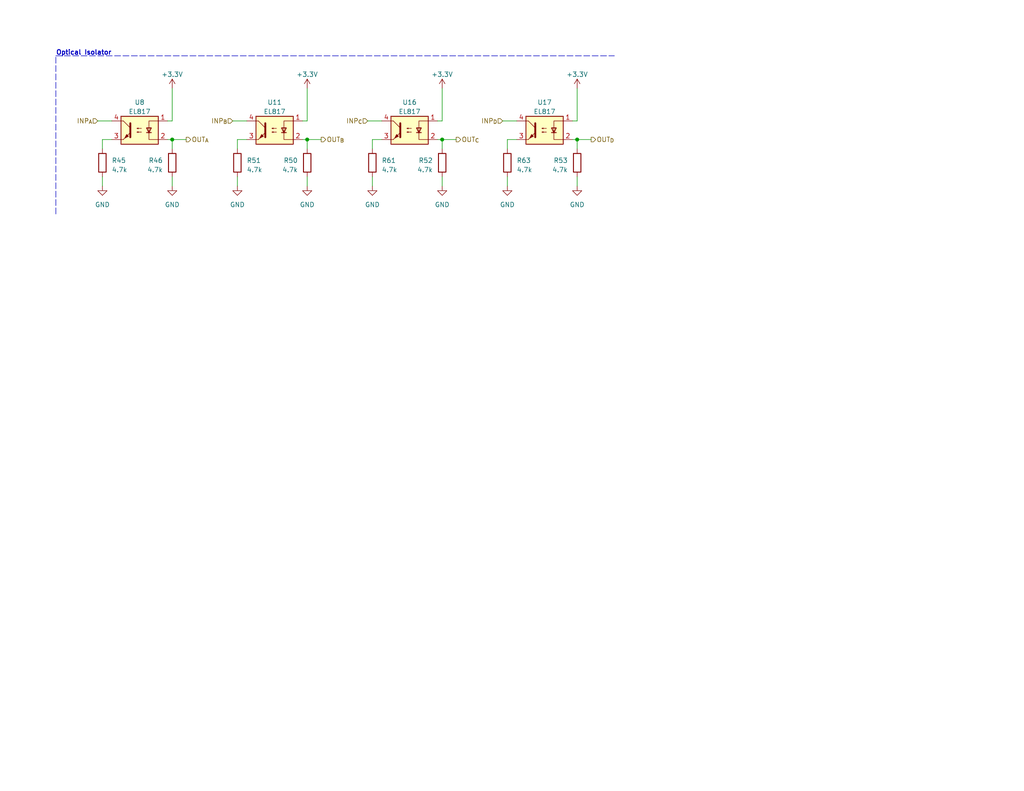
<source format=kicad_sch>
(kicad_sch (version 20230121) (generator eeschema)
  (paper "A")
  (lib_symbols
    (symbol "Device:R" (pin_numbers hide) (pin_names (offset 0))
      (property "Reference" "R" (at 2.032 0 90))
      (property "Value" "R" (at 0 0 90))
      (symbol "R_0_1"
        (rectangle (start -1.016 -2.54) (end 1.016 2.54) (stroke (width 0.254)))
      )
      (symbol "R_1_1"
        (pin passive line (at 0 3.81 270) (length 1.27) (name "~") (number "1"))
        (pin passive line (at 0 -3.81 90) (length 1.27) (name "~") (number "2"))
      )
    )
    (symbol "Isolator:EL817" (pin_names (offset 1.016))
      (property "Reference" "U" (at -5.08 5.08 0))
      (property "Value" "EL817" (at 0 5.08 0))
      (symbol "EL817_0_1"
        (rectangle (start -5.08 3.81) (end 5.08 -3.81) (stroke (width 0.254)) (fill (type background)))
        (polyline (pts (xy -3.175 -0.635) (xy -1.905 -0.635)) (stroke (width 0.254)))
        (polyline (pts (xy 2.54 0.635) (xy 4.445 2.54)))
        (polyline (pts (xy 4.445 -2.54) (xy 2.54 -0.635)) (fill (type outline)))
        (polyline (pts (xy 4.445 -2.54) (xy 5.08 -2.54)))
        (polyline (pts (xy 4.445 2.54) (xy 5.08 2.54)))
        (polyline (pts (xy -5.08 2.54) (xy -2.54 2.54) (xy -2.54 -0.635)))
        (polyline (pts (xy -2.54 -0.635) (xy -2.54 -2.54) (xy -5.08 -2.54)))
        (polyline (pts (xy 2.54 1.905) (xy 2.54 -1.905) (xy 2.54 -1.905)) (stroke (width 0.508)))
        (polyline (pts (xy -2.54 -0.635) (xy -3.175 0.635) (xy -1.905 0.635) (xy -2.54 -0.635)) (stroke (width 0.254)))
        (polyline (pts (xy -0.508 -0.508) (xy 0.762 -0.508) (xy 0.381 -0.635) (xy 0.381 -0.381) (xy 0.762 -0.508)))
        (polyline (pts (xy -0.508 0.508) (xy 0.762 0.508) (xy 0.381 0.381) (xy 0.381 0.635) (xy 0.762 0.508)))
        (polyline (pts (xy 3.048 -1.651) (xy 3.556 -1.143) (xy 4.064 -2.159) (xy 3.048 -1.651) (xy 3.048 -1.651)) (fill (type outline)))
      )
      (symbol "EL817_1_1"
        (pin passive line (at -7.62 2.54 0) (length 2.54) (name "~") (number "1"))
        (pin passive line (at -7.62 -2.54 0) (length 2.54) (name "~") (number "2"))
        (pin passive line (at 7.62 -2.54 180) (length 2.54) (name "~") (number "3"))
        (pin passive line (at 7.62 2.54 180) (length 2.54) (name "~") (number "4"))
      )
    )
    (symbol "power:+3.3V" (power) (pin_names (offset 0))
      (property "Value" "+3.3V" (at 0 3.556 0))
      (symbol "+3.3V_0_1"
        (polyline (pts (xy -0.762 1.27) (xy 0 2.54)))
        (polyline (pts (xy 0 0) (xy 0 2.54)))
        (polyline (pts (xy 0 2.54) (xy 0.762 1.27)))
      )
      (symbol "+3.3V_1_1"
        (pin power_in line (at 0 0 90) (length 0) hide (name "+3.3V") (number "1"))
      )
    )
    (symbol "power:GND" (power) (pin_names (offset 0))
      (property "Value" "GND" (at 0 -3.81 0))
      (symbol "GND_0_1"
        (polyline (pts (xy 0 0) (xy 0 -1.27) (xy 1.27 -1.27) (xy 0 -2.54) (xy -1.27 -1.27) (xy 0 -1.27)))
      )
      (symbol "GND_1_1"
        (pin power_in line (at 0 0 270) (length 0) hide (name "GND") (number "1"))
      )
    )
  )
  (junction (at 157.48 38.1))
  (junction (at 83.82 38.1))
  (junction (at 46.99 38.1))
  (junction (at 120.65 38.1))
  (wire (pts (xy 157.48 38.1) (xy 156.21 38.1)))
  (wire (pts (xy 157.48 38.1) (xy 157.48 40.64)))
  (wire (pts (xy 120.65 38.1) (xy 120.65 40.64)))
  (wire (pts (xy 140.97 38.1) (xy 138.43 38.1)))
  (wire (pts (xy 64.77 38.1) (xy 64.77 40.64)))
  (wire (pts (xy 30.48 38.1) (xy 27.94 38.1)))
  (wire (pts (xy 27.94 38.1) (xy 27.94 40.64)))
  (wire (pts (xy 120.65 38.1) (xy 124.46 38.1)))
  (wire (pts (xy 120.65 38.1) (xy 119.38 38.1)))
  (wire (pts (xy 83.82 38.1) (xy 87.63 38.1)))
  (wire (pts (xy 64.77 48.26) (xy 64.77 50.8)))
  (wire (pts (xy 157.48 24.13) (xy 157.48 33.02)))
  (polyline (pts (xy 15.24 58.42) (xy 15.24 15.24)) (stroke (width 0) (type dash)))
  (wire (pts (xy 46.99 24.13) (xy 46.99 33.02)))
  (wire (pts (xy 83.82 38.1) (xy 83.82 40.64)))
  (wire (pts (xy 157.48 48.26) (xy 157.48 50.8)))
  (wire (pts (xy 46.99 38.1) (xy 50.8 38.1)))
  (wire (pts (xy 27.94 48.26) (xy 27.94 50.8)))
  (wire (pts (xy 157.48 38.1) (xy 161.29 38.1)))
  (wire (pts (xy 100.33 33.02) (xy 104.14 33.02)))
  (wire (pts (xy 83.82 24.13) (xy 83.82 33.02)))
  (wire (pts (xy 137.16 33.02) (xy 140.97 33.02)))
  (wire (pts (xy 63.5 33.02) (xy 67.31 33.02)))
  (wire (pts (xy 104.14 38.1) (xy 101.6 38.1)))
  (wire (pts (xy 101.6 48.26) (xy 101.6 50.8)))
  (wire (pts (xy 46.99 38.1) (xy 45.72 38.1)))
  (wire (pts (xy 120.65 33.02) (xy 119.38 33.02)))
  (wire (pts (xy 26.67 33.02) (xy 30.48 33.02)))
  (wire (pts (xy 138.43 48.26) (xy 138.43 50.8)))
  (wire (pts (xy 46.99 33.02) (xy 45.72 33.02)))
  (wire (pts (xy 83.82 33.02) (xy 82.55 33.02)))
  (wire (pts (xy 46.99 38.1) (xy 46.99 40.64)))
  (wire (pts (xy 83.82 48.26) (xy 83.82 50.8)))
  (wire (pts (xy 67.31 38.1) (xy 64.77 38.1)))
  (polyline (pts (xy 15.24 15.24) (xy 167.64 15.24)) (stroke (width 0) (type dash)))
  (wire (pts (xy 120.65 24.13) (xy 120.65 33.02)))
  (wire (pts (xy 101.6 38.1) (xy 101.6 40.64)))
  (wire (pts (xy 120.65 48.26) (xy 120.65 50.8)))
  (wire (pts (xy 83.82 38.1) (xy 82.55 38.1)))
  (wire (pts (xy 138.43 38.1) (xy 138.43 40.64)))
  (wire (pts (xy 46.99 48.26) (xy 46.99 50.8)))
  (wire (pts (xy 157.48 33.02) (xy 156.21 33.02)))
  (text "Optical Isolator" (at 15.24 15.24 0) (effects (font (size 1.27 1.27) (thickness 0.254) bold) (justify left bottom)))
  (hierarchical_label "INP_{A}" (shape input) (at 26.67 33.02 180))
  (hierarchical_label "OUT_{A}" (shape output) (at 50.8 38.1 0))
  (hierarchical_label "OUT_{C}" (shape output) (at 124.46 38.1 0))
  (hierarchical_label "INP_{B}" (shape input) (at 63.5 33.02 180))
  (hierarchical_label "INP_{D}" (shape input) (at 137.16 33.02 180))
  (hierarchical_label "OUT_{B}" (shape output) (at 87.63 38.1 0))
  (hierarchical_label "INP_{C}" (shape input) (at 100.33 33.02 180))
  (hierarchical_label "OUT_{D}" (shape output) (at 161.29 38.1 0))
  (symbol (lib_id "power:GND") (at 138.43 50.8 0) (unit 1)
    (property "Reference" "#PWR034" (effects hide))
    (property "Value" "GND" (at 138.43 55.88 0))
  )
  (symbol (lib_id "Device:R") (at 101.6 44.45 0) (unit 1)
    (property "Reference" "R61" (at 104.14 43.815 0) (effects (justify left)))
    (property "Value" "4.7k" (at 104.14 46.355 0) (effects (justify left)))
    (property "Footprint" "Resistor_SMD:R_0805_2012Metric_Pad1.20x1.40mm_HandSolder" (effects hide))
  )
  (symbol (lib_id "Device:R") (at 120.65 44.45 0) (mirror y) (unit 1)
    (property "Reference" "R52" (at 118.11 43.815 0) (effects (justify left)))
    (property "Value" "4.7k" (at 118.11 46.355 0) (effects (justify left)))
    (property "Footprint" "Resistor_SMD:R_0805_2012Metric_Pad1.20x1.40mm_HandSolder" (effects hide))
  )
  (symbol (lib_id "Isolator:EL817") (at 111.76 35.56 0) (mirror y) (unit 1)
    (property "Reference" "U16" (at 111.76 27.94 0))
    (property "Value" "EL817" (at 111.76 30.48 0))
    (property "Footprint" "Package_DIP:DIP-4_W7.62mm" (effects hide))
    (property "Datasheet" "http://www.everlight.com/file/ProductFile/EL817.pdf" (effects hide))
  )
  (symbol (lib_id "power:GND") (at 27.94 50.8 0) (unit 1)
    (property "Reference" "#PWR07" (effects hide))
    (property "Value" "GND" (at 27.94 55.88 0))
  )
  (symbol (lib_id "power:GND") (at 120.65 50.8 0) (unit 1)
    (property "Reference" "#PWR033" (effects hide))
    (property "Value" "GND" (at 120.65 55.88 0))
  )
  (symbol (lib_id "Isolator:EL817") (at 74.93 35.56 0) (mirror y) (unit 1)
    (property "Reference" "U11" (at 74.93 27.94 0))
    (property "Value" "EL817" (at 74.93 30.48 0))
    (property "Footprint" "Package_DIP:DIP-4_W7.62mm" (effects hide))
    (property "Datasheet" "http://www.everlight.com/file/ProductFile/EL817.pdf" (effects hide))
  )
  (symbol (lib_id "power:+3.3V") (at 157.48 24.13 0) (unit 1)
    (property "Reference" "#PWR035" (effects hide))
    (property "Value" "+3.3V" (at 157.48 20.32 0))
  )
  (symbol (lib_id "Device:R") (at 27.94 44.45 0) (unit 1)
    (property "Reference" "R45" (at 30.48 43.815 0) (effects (justify left)))
    (property "Value" "4.7k" (at 30.48 46.355 0) (effects (justify left)))
    (property "Footprint" "Resistor_SMD:R_0805_2012Metric_Pad1.20x1.40mm_HandSolder" (effects hide))
  )
  (symbol (lib_id "power:GND") (at 64.77 50.8 0) (unit 1)
    (property "Reference" "#PWR016" (effects hide))
    (property "Value" "GND" (at 64.77 55.88 0))
  )
  (symbol (lib_id "power:+3.3V") (at 46.99 24.13 0) (unit 1)
    (property "Reference" "#PWR08" (effects hide))
    (property "Value" "+3.3V" (at 46.99 20.32 0))
  )
  (symbol (lib_id "Device:R") (at 157.48 44.45 0) (mirror y) (unit 1)
    (property "Reference" "R53" (at 154.94 43.815 0) (effects (justify left)))
    (property "Value" "4.7k" (at 154.94 46.355 0) (effects (justify left)))
    (property "Footprint" "Resistor_SMD:R_0805_2012Metric_Pad1.20x1.40mm_HandSolder" (effects hide))
  )
  (symbol (lib_id "power:+3.3V") (at 120.65 24.13 0) (unit 1)
    (property "Reference" "#PWR032" (effects hide))
    (property "Value" "+3.3V" (at 120.65 20.32 0))
  )
  (symbol (lib_id "power:GND") (at 46.99 50.8 0) (unit 1)
    (property "Reference" "#PWR09" (effects hide))
    (property "Value" "GND" (at 46.99 55.88 0))
  )
  (symbol (lib_id "Device:R") (at 138.43 44.45 0) (unit 1)
    (property "Reference" "R63" (at 140.97 43.815 0) (effects (justify left)))
    (property "Value" "4.7k" (at 140.97 46.355 0) (effects (justify left)))
    (property "Footprint" "Resistor_SMD:R_0805_2012Metric_Pad1.20x1.40mm_HandSolder" (effects hide))
  )
  (symbol (lib_id "power:+3.3V") (at 83.82 24.13 0) (unit 1)
    (property "Reference" "#PWR017" (effects hide))
    (property "Value" "+3.3V" (at 83.82 20.32 0))
  )
  (symbol (lib_id "Device:R") (at 64.77 44.45 0) (unit 1)
    (property "Reference" "R51" (at 67.31 43.815 0) (effects (justify left)))
    (property "Value" "4.7k" (at 67.31 46.355 0) (effects (justify left)))
    (property "Footprint" "Resistor_SMD:R_0805_2012Metric_Pad1.20x1.40mm_HandSolder" (effects hide))
  )
  (symbol (lib_id "power:GND") (at 83.82 50.8 0) (unit 1)
    (property "Reference" "#PWR018" (effects hide))
    (property "Value" "GND" (at 83.82 55.88 0))
  )
  (symbol (lib_id "power:GND") (at 157.48 50.8 0) (unit 1)
    (property "Reference" "#PWR036" (effects hide))
    (property "Value" "GND" (at 157.48 55.88 0))
  )
  (symbol (lib_id "Isolator:EL817") (at 148.59 35.56 0) (mirror y) (unit 1)
    (property "Reference" "U17" (at 148.59 27.94 0))
    (property "Value" "EL817" (at 148.59 30.48 0))
    (property "Footprint" "Package_DIP:DIP-4_W7.62mm" (effects hide))
    (property "Datasheet" "http://www.everlight.com/file/ProductFile/EL817.pdf" (effects hide))
  )
  (symbol (lib_id "Device:R") (at 83.82 44.45 0) (mirror y) (unit 1)
    (property "Reference" "R50" (at 81.28 43.815 0) (effects (justify left)))
    (property "Value" "4.7k" (at 81.28 46.355 0) (effects (justify left)))
    (property "Footprint" "Resistor_SMD:R_0805_2012Metric_Pad1.20x1.40mm_HandSolder" (effects hide))
  )
  (symbol (lib_id "Device:R") (at 46.99 44.45 0) (mirror y) (unit 1)
    (property "Reference" "R46" (at 44.45 43.815 0) (effects (justify left)))
    (property "Value" "4.7k" (at 44.45 46.355 0) (effects (justify left)))
    (property "Footprint" "Resistor_SMD:R_0805_2012Metric_Pad1.20x1.40mm_HandSolder" (effects hide))
  )
  (symbol (lib_id "Isolator:EL817") (at 38.1 35.56 0) (mirror y) (unit 1)
    (property "Reference" "U8" (at 38.1 27.94 0))
    (property "Value" "EL817" (at 38.1 30.48 0))
    (property "Footprint" "Package_DIP:DIP-4_W7.62mm" (effects hide))
    (property "Datasheet" "http://www.everlight.com/file/ProductFile/EL817.pdf" (effects hide))
  )
  (symbol (lib_id "power:GND") (at 101.6 50.8 0) (unit 1)
    (property "Reference" "#PWR031" (effects hide))
    (property "Value" "GND" (at 101.6 55.88 0))
  )
)
</source>
